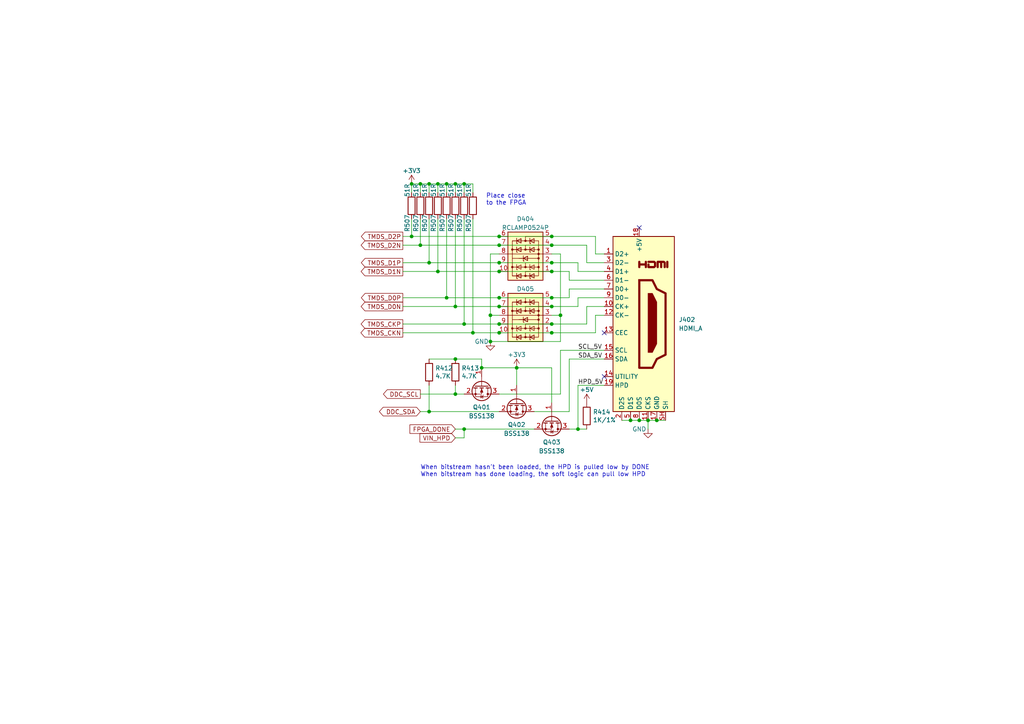
<source format=kicad_sch>
(kicad_sch (version 20230121) (generator eeschema)
  (paper "A4")
  (title_block (title "Caster EPDC") (date "2022-07-03") (rev "R0.4") (company "Copyright 2022 Modos / Engineer: Wenting Zhang"))
  (lib_symbols
    (symbol "Connector:HDMI_A"
      (property "Reference" "J" (at -6.35 26.67 0))
      (property "Value" "HDMI_A" (at 10.16 26.67 0))
      (symbol "HDMI_A_0_0"
        (polyline (pts (xy 8.128 16.51) (xy 8.128 18.034)) (stroke (width 0.635)))
        (polyline (pts (xy 0 16.51) (xy 0 18.034) (xy 0 17.272) (xy 1.905 17.272) (xy 1.905 18.034) (xy 1.905 16.51)) (stroke (width 0.635)))
        (polyline (pts (xy 2.667 18.034) (xy 4.318 18.034) (xy 4.572 17.78) (xy 4.572 16.764) (xy 4.318 16.51) (xy 2.667 16.51) (xy 2.667 17.272)) (stroke (width 0.635)))
      )
      (symbol "HDMI_A_0_1"
        (rectangle (start -7.62 25.4) (end 10.16 -25.4) (stroke (width 0.254)) (fill (type background)))
        (polyline (pts (xy 2.54 8.89) (xy 3.81 8.89) (xy 5.08 6.35) (xy 5.08 -5.715) (xy 3.81 -8.255) (xy 2.54 -8.255) (xy 2.54 8.89)) (fill (type outline)))
        (polyline (pts (xy 5.334 16.51) (xy 5.334 18.034) (xy 6.35 18.034) (xy 6.35 16.51) (xy 6.35 18.034) (xy 7.112 18.034) (xy 7.366 17.78) (xy 7.366 16.51)) (stroke (width 0.635)))
        (polyline (pts (xy 0 12.7) (xy 0 -12.7) (xy 3.81 -12.7) (xy 5.08 -10.16) (xy 7.62 -8.89) (xy 7.62 8.89) (xy 5.08 10.16) (xy 3.81 12.7) (xy 0 12.7)) (stroke (width 0.635)))
      )
      (symbol "HDMI_A_1_1"
        (pin passive line (at -10.16 20.32 0) (length 2.54) (name "D2+") (number "1"))
        (pin passive line (at -10.16 5.08 0) (length 2.54) (name "CK+") (number "10"))
        (pin power_in line (at 2.54 -27.94 90) (length 2.54) (name "CKS") (number "11"))
        (pin passive line (at -10.16 2.54 0) (length 2.54) (name "CK-") (number "12"))
        (pin bidirectional line (at -10.16 -2.54 0) (length 2.54) (name "CEC") (number "13"))
        (pin passive line (at -10.16 -15.24 0) (length 2.54) (name "UTILITY") (number "14"))
        (pin passive line (at -10.16 -7.62 0) (length 2.54) (name "SCL") (number "15"))
        (pin bidirectional line (at -10.16 -10.16 0) (length 2.54) (name "SDA") (number "16"))
        (pin power_in line (at 5.08 -27.94 90) (length 2.54) (name "GND") (number "17"))
        (pin power_in line (at 0 27.94 270) (length 2.54) (name "+5V") (number "18"))
        (pin passive line (at -10.16 -17.78 0) (length 2.54) (name "HPD") (number "19"))
        (pin power_in line (at -5.08 -27.94 90) (length 2.54) (name "D2S") (number "2"))
        (pin passive line (at -10.16 17.78 0) (length 2.54) (name "D2-") (number "3"))
        (pin passive line (at -10.16 15.24 0) (length 2.54) (name "D1+") (number "4"))
        (pin power_in line (at -2.54 -27.94 90) (length 2.54) (name "D1S") (number "5"))
        (pin passive line (at -10.16 12.7 0) (length 2.54) (name "D1-") (number "6"))
        (pin passive line (at -10.16 10.16 0) (length 2.54) (name "D0+") (number "7"))
        (pin power_in line (at 0 -27.94 90) (length 2.54) (name "D0S") (number "8"))
        (pin passive line (at -10.16 7.62 0) (length 2.54) (name "D0-") (number "9"))
        (pin passive line (at 7.62 -27.94 90) (length 2.54) (name "SH") (number "SH"))
      )
    )
    (symbol "Device:R" (pin_numbers hide) (pin_names (offset 0))
      (property "Reference" "R" (at 2.032 0 90))
      (property "Value" "R" (at 0 0 90))
      (symbol "R_0_1"
        (rectangle (start -1.016 -2.54) (end 1.016 2.54) (stroke (width 0.254)))
      )
      (symbol "R_1_1"
        (pin passive line (at 0 3.81 270) (length 1.27) (name "~") (number "1"))
        (pin passive line (at 0 -3.81 90) (length 1.27) (name "~") (number "2"))
      )
    )
    (symbol "Transistor_FET:BSS138" (pin_names hide)
      (property "Reference" "Q" (at 5.08 1.905 0))
      (property "Value" "BSS138" (at 5.08 0 0))
      (symbol "BSS138_0_1"
        (polyline (pts (xy 0.254 0) (xy -2.54 0)))
        (polyline (pts (xy 0.254 1.905) (xy 0.254 -1.905)) (stroke (width 0.254)))
        (polyline (pts (xy 0.762 -1.27) (xy 0.762 -2.286)) (stroke (width 0.254)))
        (polyline (pts (xy 0.762 0.508) (xy 0.762 -0.508)) (stroke (width 0.254)))
        (polyline (pts (xy 0.762 2.286) (xy 0.762 1.27)) (stroke (width 0.254)))
        (polyline (pts (xy 2.54 2.54) (xy 2.54 1.778)))
        (polyline (pts (xy 2.54 -2.54) (xy 2.54 0) (xy 0.762 0)))
        (polyline (pts (xy 0.762 -1.778) (xy 3.302 -1.778) (xy 3.302 1.778) (xy 0.762 1.778)))
        (polyline (pts (xy 1.016 0) (xy 2.032 0.381) (xy 2.032 -0.381) (xy 1.016 0)) (fill (type outline)))
        (polyline (pts (xy 2.794 0.508) (xy 2.921 0.381) (xy 3.683 0.381) (xy 3.81 0.254)))
        (polyline (pts (xy 3.302 0.381) (xy 2.921 -0.254) (xy 3.683 -0.254) (xy 3.302 0.381)))
        (circle (center 1.651 0) (radius 2.794) (stroke (width 0.254)))
        (circle (center 2.54 -1.778) (radius 0.254) (fill (type outline)))
        (circle (center 2.54 1.778) (radius 0.254) (fill (type outline)))
      )
      (symbol "BSS138_1_1"
        (pin input line (at -5.08 0 0) (length 2.54) (name "G") (number "1"))
        (pin passive line (at 2.54 -5.08 90) (length 2.54) (name "S") (number "2"))
        (pin passive line (at 2.54 5.08 270) (length 2.54) (name "D") (number "3"))
      )
    )
    (symbol "power:+3V3" (power) (pin_names (offset 0))
      (property "Value" "+3V3" (at 0 3.556 0))
      (symbol "+3V3_0_1"
        (polyline (pts (xy -0.762 1.27) (xy 0 2.54)))
        (polyline (pts (xy 0 0) (xy 0 2.54)))
        (polyline (pts (xy 0 2.54) (xy 0.762 1.27)))
      )
      (symbol "+3V3_1_1"
        (pin power_in line (at 0 0 90) (length 0) hide (name "+3V3") (number "1"))
      )
    )
    (symbol "power:+5V" (power) (pin_names (offset 0))
      (property "Value" "+5V" (at 0 3.556 0))
      (symbol "+5V_0_1"
        (polyline (pts (xy -0.762 1.27) (xy 0 2.54)))
        (polyline (pts (xy 0 0) (xy 0 2.54)))
        (polyline (pts (xy 0 2.54) (xy 0.762 1.27)))
      )
      (symbol "+5V_1_1"
        (pin power_in line (at 0 0 90) (length 0) hide (name "+5V") (number "1"))
      )
    )
    (symbol "power:GND" (power) (pin_names (offset 0))
      (property "Value" "GND" (at 0 -3.81 0))
      (symbol "GND_0_1"
        (polyline (pts (xy 0 0) (xy 0 -1.27) (xy 1.27 -1.27) (xy 0 -2.54) (xy -1.27 -1.27) (xy 0 -1.27)))
      )
      (symbol "GND_1_1"
        (pin power_in line (at 0 0 270) (length 0) hide (name "GND") (number "1"))
      )
    )
    (symbol "symbols:RCLAMP0524P" (pin_names hide)
      (property "Reference" "D" (at 7.62 1.27 0))
      (property "Value" "RCLAMP0524P" (at 7.62 -0.635 0))
      (symbol "RCLAMP0524P_0_0"
        (pin passive line (at 0 -7.62 90) (length 2.54) (name "GND") (number "3"))
      )
      (symbol "RCLAMP0524P_0_1"
        (rectangle (start -7.62 5.08) (end 6.35 -5.08) (stroke (width 0.254)) (fill (type background)))
        (circle (center -6.35 0) (radius 0.254) (fill (type outline)))
        (circle (center -3.81 -3.81) (radius 0.254) (fill (type outline)))
        (circle (center -3.81 0) (radius 0.254) (fill (type outline)))
        (circle (center -3.81 3.81) (radius 0.254) (fill (type outline)))
        (circle (center -1.27 -3.81) (radius 0.254) (fill (type outline)))
        (circle (center 0 -3.81) (radius 0.254) (fill (type outline)))
        (polyline (pts (xy -6.35 0) (xy -6.35 -1.27)))
        (polyline (pts (xy -6.35 2.54) (xy -6.35 -1.27)))
        (polyline (pts (xy -6.35 3.81) (xy -6.35 2.54)))
        (polyline (pts (xy -6.35 3.81) (xy -6.35 2.54)))
        (polyline (pts (xy -3.81 -3.81) (xy -3.81 2.54)))
        (polyline (pts (xy -3.81 3.81) (xy -3.81 2.54)))
        (polyline (pts (xy -3.175 -1.27) (xy -3.048 -1.27)))
        (polyline (pts (xy -3.175 2.54) (xy -3.048 2.54)))
        (polyline (pts (xy -1.27 0.635) (xy -1.27 -3.81)))
        (polyline (pts (xy -1.27 1.905) (xy -1.27 0.635)))
        (polyline (pts (xy -1.27 3.81) (xy -1.27 0.635)))
        (polyline (pts (xy 0 -5.08) (xy 0 -3.81)))
        (polyline (pts (xy 0 5.08) (xy 0 -3.81)))
        (polyline (pts (xy 1.27 -3.81) (xy -1.27 -3.81)))
        (polyline (pts (xy 1.27 0) (xy 1.27 -1.27)))
        (polyline (pts (xy 1.27 2.54) (xy 1.27 -1.27)))
        (polyline (pts (xy 1.27 3.81) (xy 1.27 2.54)))
        (polyline (pts (xy 1.27 3.81) (xy 1.27 2.54)))
        (polyline (pts (xy 3.81 0) (xy 3.81 -1.27)))
        (polyline (pts (xy 3.81 2.54) (xy 3.81 -1.27)))
        (polyline (pts (xy 3.81 3.81) (xy -6.35 3.81)))
        (polyline (pts (xy 3.81 3.81) (xy 3.81 2.54)))
        (polyline (pts (xy 3.81 3.81) (xy 3.81 2.54)))
        (polyline (pts (xy -6.35 -1.27) (xy -6.35 -3.81) (xy -1.27 -3.81)))
        (polyline (pts (xy -5.08 -5.08) (xy -5.08 0) (xy -6.35 0)))
        (polyline (pts (xy -3.175 -1.27) (xy -4.572 -1.27) (xy -4.572 -1.524)))
        (polyline (pts (xy -3.175 2.54) (xy -4.572 2.54) (xy -4.572 2.286)))
        (polyline (pts (xy -2.54 -5.08) (xy -2.54 0) (xy -3.81 0)))
        (polyline (pts (xy 1.27 -1.27) (xy 1.27 -3.81) (xy 3.81 -3.81)))
        (polyline (pts (xy 2.54 -5.08) (xy 2.54 0) (xy 1.27 0)))
        (polyline (pts (xy 3.81 -1.27) (xy 3.81 -3.81) (xy 3.81 -3.81)))
        (polyline (pts (xy 5.08 -5.08) (xy 5.08 0) (xy 3.81 0)))
        (polyline (pts (xy -7.112 -1.524) (xy -7.112 -1.27) (xy -5.715 -1.27) (xy -5.588 -1.27)))
        (polyline (pts (xy -7.112 -1.524) (xy -7.112 -1.27) (xy -5.715 -1.27) (xy -5.588 -1.27)))
        (polyline (pts (xy -7.112 2.286) (xy -7.112 2.54) (xy -5.715 2.54) (xy -5.588 2.54)))
        (polyline (pts (xy -7.112 2.286) (xy -7.112 2.54) (xy -5.715 2.54) (xy -5.588 2.54)))
        (polyline (pts (xy -6.35 -1.27) (xy -5.715 -2.54) (xy -6.985 -2.54) (xy -6.35 -1.27)))
        (polyline (pts (xy -6.35 -1.27) (xy -5.715 -2.54) (xy -6.985 -2.54) (xy -6.35 -1.27)))
        (polyline (pts (xy -6.35 2.54) (xy -5.715 1.27) (xy -6.985 1.27) (xy -6.35 2.54)))
        (polyline (pts (xy -6.35 2.54) (xy -5.715 1.27) (xy -6.985 1.27) (xy -6.35 2.54)))
        (polyline (pts (xy -3.175 -2.54) (xy -4.445 -2.54) (xy -3.81 -1.27) (xy -3.175 -2.54)))
        (polyline (pts (xy -3.175 1.27) (xy -4.445 1.27) (xy -3.81 2.54) (xy -3.175 1.27)))
        (polyline (pts (xy -2.032 0.381) (xy -2.032 0.635) (xy -0.635 0.635) (xy -0.508 0.635)))
        (polyline (pts (xy -2.032 0.381) (xy -2.032 0.635) (xy -0.635 0.635) (xy -0.508 0.635)))
        (polyline (pts (xy -1.27 0.635) (xy -0.635 -0.635) (xy -1.905 -0.635) (xy -1.27 0.635)))
        (polyline (pts (xy -1.27 0.635) (xy -0.635 -0.635) (xy -1.905 -0.635) (xy -1.27 0.635)))
        (polyline (pts (xy 0.508 -1.524) (xy 0.508 -1.27) (xy 1.905 -1.27) (xy 2.032 -1.27)))
        (polyline (pts (xy 0.508 -1.524) (xy 0.508 -1.27) (xy 1.905 -1.27) (xy 2.032 -1.27)))
        (polyline (pts (xy 0.508 2.286) (xy 0.508 2.54) (xy 1.905 2.54) (xy 2.032 2.54)))
        (polyline (pts (xy 0.508 2.286) (xy 0.508 2.54) (xy 1.905 2.54) (xy 2.032 2.54)))
        (polyline (pts (xy 1.27 -1.27) (xy 1.905 -2.54) (xy 0.635 -2.54) (xy 1.27 -1.27)))
        (polyline (pts (xy 1.27 -1.27) (xy 1.905 -2.54) (xy 0.635 -2.54) (xy 1.27 -1.27)))
        (polyline (pts (xy 1.27 2.54) (xy 1.905 1.27) (xy 0.635 1.27) (xy 1.27 2.54)))
        (polyline (pts (xy 1.27 2.54) (xy 1.905 1.27) (xy 0.635 1.27) (xy 1.27 2.54)))
        (polyline (pts (xy 3.048 -1.524) (xy 3.048 -1.27) (xy 4.445 -1.27) (xy 4.572 -1.27)))
        (polyline (pts (xy 3.048 -1.524) (xy 3.048 -1.27) (xy 4.445 -1.27) (xy 4.572 -1.27)))
        (polyline (pts (xy 3.048 2.286) (xy 3.048 2.54) (xy 4.445 2.54) (xy 4.572 2.54)))
        (polyline (pts (xy 3.048 2.286) (xy 3.048 2.54) (xy 4.445 2.54) (xy 4.572 2.54)))
        (polyline (pts (xy 3.81 -1.27) (xy 4.445 -2.54) (xy 3.175 -2.54) (xy 3.81 -1.27)))
        (polyline (pts (xy 3.81 -1.27) (xy 4.445 -2.54) (xy 3.175 -2.54) (xy 3.81 -1.27)))
        (polyline (pts (xy 3.81 2.54) (xy 4.445 1.27) (xy 3.175 1.27) (xy 3.81 2.54)))
        (polyline (pts (xy 3.81 2.54) (xy 4.445 1.27) (xy 3.175 1.27) (xy 3.81 2.54)))
        (circle (center 1.27 -3.81) (radius 0.254) (fill (type outline)))
        (circle (center 1.27 0) (radius 0.254) (fill (type outline)))
        (circle (center 1.27 3.81) (radius 0.254) (fill (type outline)))
        (circle (center 3.81 0) (radius 0.254) (fill (type outline)))
      )
      (symbol "RCLAMP0524P_1_1"
        (pin passive line (at -5.08 -7.62 90) (length 2.54) (name "IO1") (number "1"))
        (pin passive line (at -5.08 7.62 270) (length 2.54) (name "NC4") (number "10"))
        (pin passive line (at -2.54 -7.62 90) (length 2.54) (name "IO2") (number "2"))
        (pin passive line (at 2.54 -7.62 90) (length 2.54) (name "IO3") (number "4"))
        (pin passive line (at 5.08 -7.62 90) (length 2.54) (name "IO4") (number "5"))
        (pin passive line (at 5.08 7.62 270) (length 2.54) (name "NC1") (number "6"))
        (pin passive line (at 2.54 7.62 270) (length 2.54) (name "NC2") (number "7"))
        (pin passive line (at 0 7.62 270) (length 2.54) (name "GND") (number "8"))
        (pin passive line (at -2.54 7.62 270) (length 2.54) (name "NC3") (number "9"))
      )
    )
  )
  (junction (at 121.92 53.34))
  (junction (at 127 78.74))
  (junction (at 119.38 68.58))
  (junction (at 134.62 124.46))
  (junction (at 160.02 68.58))
  (junction (at 144.78 71.12))
  (junction (at 142.24 91.44))
  (junction (at 144.78 88.9))
  (junction (at 137.16 96.52))
  (junction (at 160.02 88.9))
  (junction (at 160.02 96.52))
  (junction (at 132.08 88.9))
  (junction (at 144.78 76.2))
  (junction (at 144.78 78.74))
  (junction (at 139.7 106.68))
  (junction (at 124.46 119.38))
  (junction (at 134.62 93.98))
  (junction (at 185.42 121.92))
  (junction (at 160.02 93.98))
  (junction (at 129.54 86.36))
  (junction (at 144.78 93.98))
  (junction (at 132.08 53.34))
  (junction (at 160.02 78.74))
  (junction (at 160.02 86.36))
  (junction (at 144.78 68.58))
  (junction (at 124.46 53.34))
  (junction (at 167.64 124.46))
  (junction (at 144.78 86.36))
  (junction (at 160.02 71.12))
  (junction (at 129.54 53.34))
  (junction (at 190.5 121.92))
  (junction (at 124.46 76.2))
  (junction (at 182.88 121.92))
  (junction (at 162.56 91.44))
  (junction (at 187.96 121.92))
  (junction (at 134.62 53.34))
  (junction (at 160.02 76.2))
  (junction (at 119.38 53.34))
  (junction (at 149.86 106.68))
  (junction (at 132.08 104.14))
  (junction (at 127 53.34))
  (junction (at 142.24 99.06))
  (junction (at 144.78 96.52))
  (junction (at 132.08 114.3))
  (junction (at 121.92 71.12))
  (no_connect (at 175.26 109.22))
  (no_connect (at 175.26 96.52))
  (no_connect (at 185.42 66.04))
  (wire (pts (xy 142.24 91.44) (xy 144.78 91.44)))
  (wire (pts (xy 162.56 101.6) (xy 175.26 101.6)))
  (wire (pts (xy 124.46 119.38) (xy 144.78 119.38)))
  (wire (pts (xy 132.08 111.76) (xy 132.08 114.3)))
  (wire (pts (xy 139.7 104.14) (xy 139.7 106.68)))
  (wire (pts (xy 129.54 86.36) (xy 144.78 86.36)))
  (wire (pts (xy 116.84 76.2) (xy 124.46 76.2)))
  (wire (pts (xy 134.62 63.5) (xy 134.62 93.98)))
  (wire (pts (xy 144.78 88.9) (xy 160.02 88.9)))
  (wire (pts (xy 124.46 63.5) (xy 124.46 76.2)))
  (wire (pts (xy 165.1 81.28) (xy 165.1 78.74)))
  (wire (pts (xy 175.26 78.74) (xy 167.64 78.74)))
  (wire (pts (xy 172.72 91.44) (xy 172.72 96.52)))
  (wire (pts (xy 144.78 78.74) (xy 160.02 78.74)))
  (wire (pts (xy 160.02 73.66) (xy 162.56 73.66)))
  (wire (pts (xy 167.64 88.9) (xy 160.02 88.9)))
  (wire (pts (xy 170.18 88.9) (xy 170.18 93.98)))
  (wire (pts (xy 165.1 119.38) (xy 154.94 119.38)))
  (wire (pts (xy 127 63.5) (xy 127 78.74)))
  (wire (pts (xy 127 53.34) (xy 129.54 53.34)))
  (wire (pts (xy 137.16 96.52) (xy 144.78 96.52)))
  (wire (pts (xy 121.92 53.34) (xy 124.46 53.34)))
  (wire (pts (xy 116.84 93.98) (xy 134.62 93.98)))
  (wire (pts (xy 165.1 78.74) (xy 160.02 78.74)))
  (wire (pts (xy 149.86 106.68) (xy 160.02 106.68)))
  (wire (pts (xy 132.08 127) (xy 134.62 127)))
  (wire (pts (xy 160.02 106.68) (xy 160.02 116.84)))
  (wire (pts (xy 142.24 91.44) (xy 142.24 99.06)))
  (wire (pts (xy 132.08 124.46) (xy 134.62 124.46)))
  (wire (pts (xy 121.92 63.5) (xy 121.92 71.12)))
  (wire (pts (xy 116.84 88.9) (xy 132.08 88.9)))
  (wire (pts (xy 129.54 53.34) (xy 132.08 53.34)))
  (wire (pts (xy 121.92 71.12) (xy 144.78 71.12)))
  (wire (pts (xy 137.16 63.5) (xy 137.16 96.52)))
  (wire (pts (xy 124.46 53.34) (xy 127 53.34)))
  (wire (pts (xy 116.84 68.58) (xy 119.38 68.58)))
  (wire (pts (xy 124.46 104.14) (xy 132.08 104.14)))
  (wire (pts (xy 180.34 121.92) (xy 182.88 121.92)))
  (wire (pts (xy 167.64 78.74) (xy 167.64 76.2)))
  (wire (pts (xy 132.08 104.14) (xy 139.7 104.14)))
  (wire (pts (xy 187.96 121.92) (xy 187.96 124.46)))
  (wire (pts (xy 160.02 71.12) (xy 170.18 71.12)))
  (wire (pts (xy 134.62 124.46) (xy 154.94 124.46)))
  (wire (pts (xy 144.78 93.98) (xy 160.02 93.98)))
  (wire (pts (xy 170.18 76.2) (xy 175.26 76.2)))
  (wire (pts (xy 162.56 114.3) (xy 144.78 114.3)))
  (wire (pts (xy 137.16 53.34) (xy 137.16 55.88)))
  (wire (pts (xy 172.72 68.58) (xy 160.02 68.58)))
  (wire (pts (xy 124.46 76.2) (xy 144.78 76.2)))
  (wire (pts (xy 132.08 88.9) (xy 144.78 88.9)))
  (wire (pts (xy 175.26 73.66) (xy 172.72 73.66)))
  (wire (pts (xy 142.24 73.66) (xy 142.24 91.44)))
  (wire (pts (xy 129.54 53.34) (xy 129.54 55.88)))
  (wire (pts (xy 175.26 81.28) (xy 165.1 81.28)))
  (wire (pts (xy 142.24 99.06) (xy 162.56 99.06)))
  (wire (pts (xy 129.54 63.5) (xy 129.54 86.36)))
  (wire (pts (xy 144.78 73.66) (xy 142.24 73.66)))
  (wire (pts (xy 187.96 121.92) (xy 190.5 121.92)))
  (wire (pts (xy 121.92 53.34) (xy 121.92 55.88)))
  (wire (pts (xy 165.1 83.82) (xy 165.1 86.36)))
  (wire (pts (xy 175.26 86.36) (xy 167.64 86.36)))
  (wire (pts (xy 116.84 96.52) (xy 137.16 96.52)))
  (wire (pts (xy 167.64 124.46) (xy 170.18 124.46)))
  (wire (pts (xy 124.46 53.34) (xy 124.46 55.88)))
  (wire (pts (xy 167.64 124.46) (xy 167.64 111.76)))
  (wire (pts (xy 170.18 93.98) (xy 160.02 93.98)))
  (wire (pts (xy 132.08 53.34) (xy 132.08 55.88)))
  (wire (pts (xy 162.56 91.44) (xy 160.02 91.44)))
  (wire (pts (xy 116.84 78.74) (xy 127 78.74)))
  (wire (pts (xy 162.56 99.06) (xy 162.56 91.44)))
  (wire (pts (xy 172.72 96.52) (xy 160.02 96.52)))
  (wire (pts (xy 134.62 53.34) (xy 134.62 55.88)))
  (wire (pts (xy 149.86 106.68) (xy 149.86 111.76)))
  (wire (pts (xy 134.62 93.98) (xy 144.78 93.98)))
  (wire (pts (xy 127 53.34) (xy 127 55.88)))
  (wire (pts (xy 167.64 76.2) (xy 160.02 76.2)))
  (wire (pts (xy 165.1 104.14) (xy 175.26 104.14)))
  (wire (pts (xy 132.08 114.3) (xy 134.62 114.3)))
  (wire (pts (xy 182.88 121.92) (xy 185.42 121.92)))
  (wire (pts (xy 132.08 63.5) (xy 132.08 88.9)))
  (wire (pts (xy 121.92 119.38) (xy 124.46 119.38)))
  (wire (pts (xy 116.84 71.12) (xy 121.92 71.12)))
  (wire (pts (xy 134.62 53.34) (xy 137.16 53.34)))
  (wire (pts (xy 119.38 63.5) (xy 119.38 68.58)))
  (wire (pts (xy 144.78 68.58) (xy 160.02 68.58)))
  (wire (pts (xy 119.38 53.34) (xy 121.92 53.34)))
  (wire (pts (xy 167.64 111.76) (xy 175.26 111.76)))
  (wire (pts (xy 175.26 91.44) (xy 172.72 91.44)))
  (wire (pts (xy 144.78 71.12) (xy 160.02 71.12)))
  (wire (pts (xy 162.56 101.6) (xy 162.56 114.3)))
  (wire (pts (xy 134.62 127) (xy 134.62 124.46)))
  (wire (pts (xy 167.64 86.36) (xy 167.64 88.9)))
  (wire (pts (xy 144.78 76.2) (xy 160.02 76.2)))
  (wire (pts (xy 170.18 71.12) (xy 170.18 76.2)))
  (wire (pts (xy 165.1 124.46) (xy 167.64 124.46)))
  (wire (pts (xy 175.26 83.82) (xy 165.1 83.82)))
  (wire (pts (xy 119.38 53.34) (xy 119.38 55.88)))
  (wire (pts (xy 144.78 96.52) (xy 160.02 96.52)))
  (wire (pts (xy 160.02 86.36) (xy 165.1 86.36)))
  (wire (pts (xy 175.26 88.9) (xy 170.18 88.9)))
  (wire (pts (xy 165.1 104.14) (xy 165.1 119.38)))
  (wire (pts (xy 172.72 73.66) (xy 172.72 68.58)))
  (wire (pts (xy 127 78.74) (xy 144.78 78.74)))
  (wire (pts (xy 132.08 53.34) (xy 134.62 53.34)))
  (wire (pts (xy 124.46 111.76) (xy 124.46 119.38)))
  (wire (pts (xy 119.38 68.58) (xy 144.78 68.58)))
  (wire (pts (xy 144.78 86.36) (xy 160.02 86.36)))
  (wire (pts (xy 139.7 106.68) (xy 149.86 106.68)))
  (wire (pts (xy 162.56 73.66) (xy 162.56 91.44)))
  (wire (pts (xy 116.84 86.36) (xy 129.54 86.36)))
  (wire (pts (xy 185.42 121.92) (xy 187.96 121.92)))
  (wire (pts (xy 121.92 114.3) (xy 132.08 114.3)))
  (wire (pts (xy 190.5 121.92) (xy 193.04 121.92)))
  (text "Place close\nto the FPGA" (at 140.97 59.69 0) (effects (font (size 1.27 1.27)) (justify left bottom)))
  (text "When bitstream hasn't been loaded, the HPD is pulled low by DONE\nWhen bitstream has done loading, the soft logic can pull low HPD" (at 121.92 138.43 0) (effects (font (size 1.27 1.27)) (justify left bottom)))
  (label "SCL_5V" (at 167.64 101.6 0))
  (label "SDA_5V" (at 167.64 104.14 0))
  (label "HPD_5V" (at 167.64 111.76 0))
  (global_label "TMDS_D2N" (shape output) (at 116.84 71.12 180) (property "Intersheetrefs" "${INTERSHEET_REFS}" (effects hide)))
  (global_label "TMDS_D2P" (shape output) (at 116.84 68.58 180) (property "Intersheetrefs" "${INTERSHEET_REFS}" (effects hide)))
  (global_label "TMDS_D1N" (shape output) (at 116.84 78.74 180) (property "Intersheetrefs" "${INTERSHEET_REFS}" (effects hide)))
  (global_label "DDC_SCL" (shape output) (at 121.92 114.3 180) (property "Intersheetrefs" "${INTERSHEET_REFS}" (effects hide)))
  (global_label "TMDS_D0P" (shape output) (at 116.84 86.36 180) (property "Intersheetrefs" "${INTERSHEET_REFS}" (effects hide)))
  (global_label "DDC_SDA" (shape bidirectional) (at 121.92 119.38 180) (property "Intersheetrefs" "${INTERSHEET_REFS}" (effects hide)))
  (global_label "TMDS_CKP" (shape output) (at 116.84 93.98 180) (property "Intersheetrefs" "${INTERSHEET_REFS}" (effects hide)))
  (global_label "TMDS_D0N" (shape output) (at 116.84 88.9 180) (property "Intersheetrefs" "${INTERSHEET_REFS}" (effects hide)))
  (global_label "FPGA_DONE" (shape input) (at 132.08 124.46 180) (property "Intersheetrefs" "${INTERSHEET_REFS}" (effects hide)))
  (global_label "VIN_HPD" (shape input) (at 132.08 127 180) (property "Intersheetrefs" "${INTERSHEET_REFS}" (effects hide)))
  (global_label "TMDS_CKN" (shape output) (at 116.84 96.52 180) (property "Intersheetrefs" "${INTERSHEET_REFS}" (effects hide)))
  (global_label "TMDS_D1P" (shape output) (at 116.84 76.2 180) (property "Intersheetrefs" "${INTERSHEET_REFS}" (effects hide)))
  (symbol (lib_id "Device:R") (at 132.08 59.69 0) (mirror y) (unit 1)
    (property "Reference" "R507" (at 130.81 67.31 90) (effects (justify left)))
    (property "Value" "51R" (at 130.81 57.15 90) (effects (justify left)))
    (property "Footprint" "Resistor_SMD:R_0402_1005Metric" (effects hide))
    (property "LCSC" "C105870" (effects hide))
    (property "Ref.Price" "0.0006" (effects hide))
    (instances (project "pcb" (path "" (reference "R507") (unit 1)) (path "" (reference "R439") (unit 1))))
  )
  (symbol (lib_id "Device:R") (at 134.62 59.69 0) (mirror y) (unit 1)
    (property "Reference" "R507" (at 133.35 67.31 90) (effects (justify left)))
    (property "Value" "51R" (at 133.35 57.15 90) (effects (justify left)))
    (property "Footprint" "Resistor_SMD:R_0402_1005Metric" (effects hide))
    (property "LCSC" "C105870" (effects hide))
    (property "Ref.Price" "0.0006" (effects hide))
    (instances (project "pcb" (path "" (reference "R507") (unit 1)) (path "" (reference "R440") (unit 1))))
  )
  (symbol (lib_id "Device:R") (at 170.18 120.65 0) (unit 1)
    (property "Reference" "R414" (at 171.958 119.4816 0) (effects (justify left)))
    (property "Value" "1K/1%" (at 171.958 121.793 0) (effects (justify left)))
    (property "Footprint" "Resistor_SMD:R_0402_1005Metric" (effects hide))
    (instances (project "pcb" (path "" (reference "R414") (unit 1))) (project "pcb" (path "" (reference "R21") (unit 1)) (path "" (reference "R30") (unit 1))))
  )
  (symbol (lib_id "Device:R") (at 137.16 59.69 0) (mirror y) (unit 1)
    (property "Reference" "R507" (at 135.89 67.31 90) (effects (justify left)))
    (property "Value" "51R" (at 135.89 57.15 90) (effects (justify left)))
    (property "Footprint" "Resistor_SMD:R_0402_1005Metric" (effects hide))
    (property "LCSC" "C105870" (effects hide))
    (property "Ref.Price" "0.0006" (effects hide))
    (instances (project "pcb" (path "" (reference "R507") (unit 1)) (path "" (reference "R441") (unit 1))))
  )
  (symbol (lib_id "power:+5V") (at 170.18 116.84 0) (unit 1)
    (property "Reference" "#PWR0430" (effects hide))
    (property "Value" "+5V" (at 170.18 113.03 0))
    (instances (project "pcb" (path "" (reference "#PWR0430") (unit 1))) (project "pcb" (path "" (reference "#PWR0120") (unit 1))))
  )
  (symbol (lib_id "power:+3V3") (at 119.38 53.34 0) (unit 1)
    (property "Reference" "#PWR0427" (effects hide))
    (property "Value" "+3V3" (at 119.38 49.53 0))
    (instances (project "pcb" (path "" (reference "#PWR0427") (unit 1))) (project "pcb" (path "" (reference "#PWR0117") (unit 1))))
  )
  (symbol (lib_id "Device:R") (at 121.92 59.69 0) (mirror y) (unit 1)
    (property "Reference" "R507" (at 120.65 67.31 90) (effects (justify left)))
    (property "Value" "51R" (at 120.65 57.15 90) (effects (justify left)))
    (property "Footprint" "Resistor_SMD:R_0402_1005Metric" (effects hide))
    (property "LCSC" "C105870" (effects hide))
    (property "Ref.Price" "0.0006" (effects hide))
    (instances (project "pcb" (path "" (reference "R507") (unit 1)) (path "" (reference "R435") (unit 1))))
  )
  (symbol (lib_id "Device:R") (at 119.38 59.69 0) (mirror y) (unit 1)
    (property "Reference" "R507" (at 118.11 67.31 90) (effects (justify left)))
    (property "Value" "51R" (at 118.11 57.15 90) (effects (justify left)))
    (property "Footprint" "Resistor_SMD:R_0402_1005Metric" (effects hide))
    (property "LCSC" "C105870" (effects hide))
    (property "Ref.Price" "0.0006" (effects hide))
    (instances (project "pcb" (path "" (reference "R507") (unit 1)) (path "" (reference "R423") (unit 1))))
  )
  (symbol (lib_id "Transistor_FET:BSS138") (at 160.02 121.92 270) (unit 1)
    (property "Reference" "Q403" (at 160.02 128.27 90))
    (property "Value" "BSS138" (at 160.02 130.81 90))
    (property "Footprint" "Package_TO_SOT_SMD:SOT-23" (effects hide))
    (property "Datasheet" "https://www.onsemi.com/pub/Collateral/BSS138-D.PDF" (effects hide))
    (instances (project "pcb" (path "" (reference "Q403") (unit 1))) (project "pcb" (path "" (reference "Q3") (unit 1))))
  )
  (symbol (lib_id "Device:R") (at 127 59.69 0) (mirror y) (unit 1)
    (property "Reference" "R507" (at 125.73 67.31 90) (effects (justify left)))
    (property "Value" "51R" (at 125.73 57.15 90) (effects (justify left)))
    (property "Footprint" "Resistor_SMD:R_0402_1005Metric" (effects hide))
    (property "LCSC" "C105870" (effects hide))
    (property "Ref.Price" "0.0006" (effects hide))
    (instances (project "pcb" (path "" (reference "R507") (unit 1)) (path "" (reference "R437") (unit 1))))
  )
  (symbol (lib_id "power:GND") (at 142.24 99.06 0) (unit 1)
    (property "Reference" "#PWR0428" (effects hide))
    (property "Value" "GND" (at 139.7 99.06 0))
    (instances (project "pcb" (path "" (reference "#PWR0428") (unit 1))) (project "pcb" (path "" (reference "#PWR0118") (unit 1))))
  )
  (symbol (lib_id "Transistor_FET:BSS138") (at 149.86 116.84 270) (unit 1)
    (property "Reference" "Q402" (at 149.86 123.19 90))
    (property "Value" "BSS138" (at 149.86 125.73 90))
    (property "Footprint" "Package_TO_SOT_SMD:SOT-23" (effects hide))
    (property "Datasheet" "https://www.onsemi.com/pub/Collateral/BSS138-D.PDF" (effects hide))
    (instances (project "pcb" (path "" (reference "Q402") (unit 1))) (project "pcb" (path "" (reference "Q2") (unit 1))))
  )
  (symbol (lib_id "Device:R") (at 132.08 107.95 0) (unit 1)
    (property "Reference" "R413" (at 133.858 106.7816 0) (effects (justify left)))
    (property "Value" "4.7K" (at 133.858 109.093 0) (effects (justify left)))
    (property "Footprint" "Resistor_SMD:R_0402_1005Metric" (effects hide))
    (instances (project "pcb" (path "" (reference "R413") (unit 1))) (project "pcb" (path "" (reference "R21") (unit 1)) (path "" (reference "R21") (unit 1))))
  )
  (symbol (lib_id "Device:R") (at 129.54 59.69 0) (mirror y) (unit 1)
    (property "Reference" "R507" (at 128.27 67.31 90) (effects (justify left)))
    (property "Value" "51R" (at 128.27 57.15 90) (effects (justify left)))
    (property "Footprint" "Resistor_SMD:R_0402_1005Metric" (effects hide))
    (property "LCSC" "C105870" (effects hide))
    (property "Ref.Price" "0.0006" (effects hide))
    (instances (project "pcb" (path "" (reference "R507") (unit 1)) (path "" (reference "R438") (unit 1))))
  )
  (symbol (lib_id "Connector:HDMI_A") (at 185.42 93.98 0) (unit 1)
    (property "Reference" "J402" (at 196.85 92.71 0) (effects (justify left)))
    (property "Value" "HDMI_A" (at 196.85 95.25 0) (effects (justify left)))
    (property "Footprint" "Connector_HDMI:HDMI_A_Molex_208658-1001_Horizontal" (effects hide))
    (property "Datasheet" "https://en.wikipedia.org/wiki/HDMI" (effects hide))
    (instances (project "pcb" (path "" (reference "J402") (unit 1))) (project "pcb" (path "" (reference "J3") (unit 1))))
  )
  (symbol (lib_id "Device:R") (at 124.46 107.95 0) (unit 1)
    (property "Reference" "R412" (at 126.238 106.7816 0) (effects (justify left)))
    (property "Value" "4.7K" (at 126.238 109.093 0) (effects (justify left)))
    (property "Footprint" "Resistor_SMD:R_0402_1005Metric" (effects hide))
    (instances (project "pcb" (path "" (reference "R412") (unit 1))) (project "pcb" (path "" (reference "R21") (unit 1)) (path "" (reference "R33") (unit 1))))
  )
  (symbol (lib_id "power:GND") (at 187.96 124.46 0) (unit 1)
    (property "Reference" "#PWR0431" (effects hide))
    (property "Value" "GND" (at 185.42 124.46 0))
    (instances (project "pcb" (path "" (reference "#PWR0431") (unit 1))) (project "pcb" (path "" (reference "#PWR0121") (unit 1))))
  )
  (symbol (lib_id "Transistor_FET:BSS138") (at 139.7 111.76 270) (unit 1)
    (property "Reference" "Q401" (at 139.7 118.11 90))
    (property "Value" "BSS138" (at 139.7 120.65 90))
    (property "Footprint" "Package_TO_SOT_SMD:SOT-23" (effects hide))
    (property "Datasheet" "https://www.onsemi.com/pub/Collateral/BSS138-D.PDF" (effects hide))
    (instances (project "pcb" (path "" (reference "Q401") (unit 1))) (project "pcb" (path "" (reference "Q1") (unit 1))))
  )
  (symbol (lib_id "Device:R") (at 124.46 59.69 0) (mirror y) (unit 1)
    (property "Reference" "R507" (at 123.19 67.31 90) (effects (justify left)))
    (property "Value" "51R" (at 123.19 57.15 90) (effects (justify left)))
    (property "Footprint" "Resistor_SMD:R_0402_1005Metric" (effects hide))
    (property "LCSC" "C105870" (effects hide))
    (property "Ref.Price" "0.0006" (effects hide))
    (instances (project "pcb" (path "" (reference "R507") (unit 1)) (path "" (reference "R436") (unit 1))))
  )
  (symbol (lib_id "symbols:RCLAMP0524P") (at 152.4 91.44 90) (unit 1)
    (property "Reference" "D405" (at 152.4 83.82 90))
    (property "Value" "RCLAMP0524P" (effects hide))
    (property "Footprint" "Package_DFN_QFN:Diodes_UDFN-10_1.0x2.5mm_P0.5mm" (effects hide))
    (instances (project "pcb" (path "" (reference "D405") (unit 1))) (project "pcb" (path "" (reference "D4") (unit 1))))
  )
  (symbol (lib_id "power:+3V3") (at 149.86 106.68 0) (unit 1)
    (property "Reference" "#PWR0429" (effects hide))
    (property "Value" "+3V3" (at 149.86 102.87 0))
    (instances (project "pcb" (path "" (reference "#PWR0429") (unit 1))) (project "pcb" (path "" (reference "#PWR0119") (unit 1))))
  )
  (symbol (lib_id "symbols:RCLAMP0524P") (at 152.4 73.66 90) (unit 1)
    (property "Reference" "D404" (at 152.4 63.5 90))
    (property "Value" "RCLAMP0524P" (at 152.4 66.04 90))
    (property "Footprint" "Package_DFN_QFN:Diodes_UDFN-10_1.0x2.5mm_P0.5mm" (effects hide))
    (instances (project "pcb" (path "" (reference "D404") (unit 1))) (project "pcb" (path "" (reference "D3") (unit 1))))
  )
)
</source>
